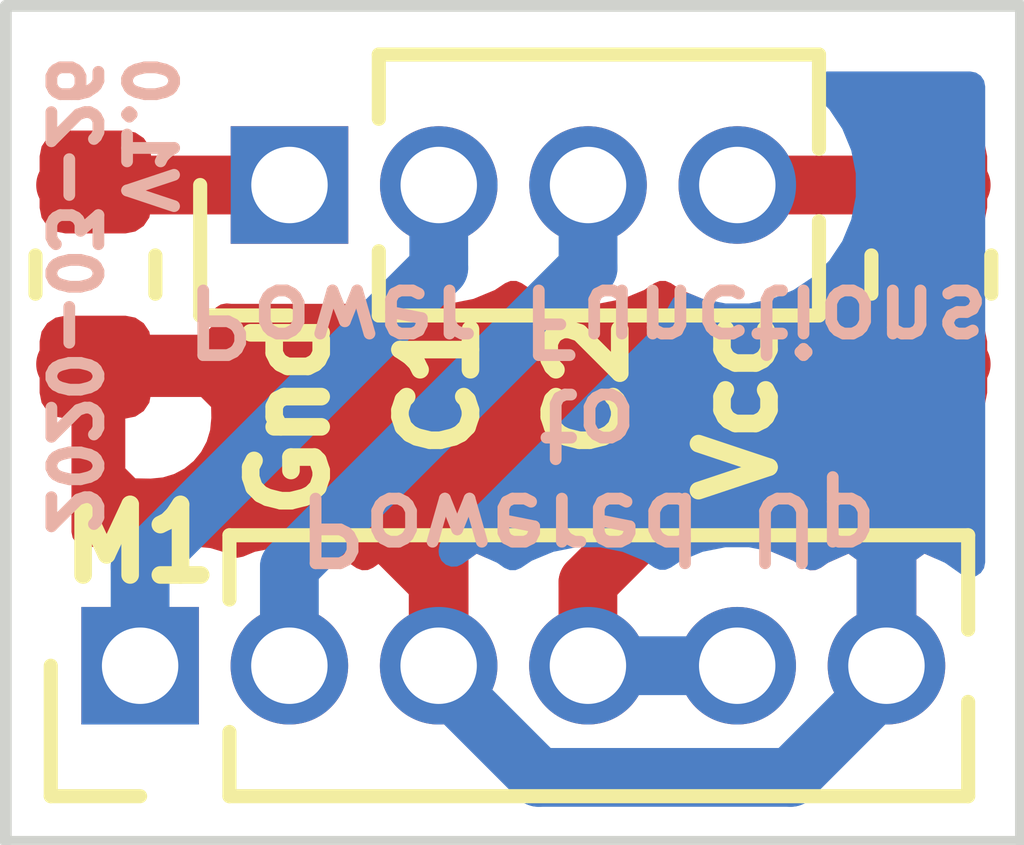
<source format=kicad_pcb>
(kicad_pcb (version 20171130) (host pcbnew "(5.1.5)-3")

  (general
    (thickness 1.6)
    (drawings 11)
    (tracks 20)
    (zones 0)
    (modules 4)
    (nets 7)
  )

  (page A4)
  (layers
    (0 F.Cu signal hide)
    (31 B.Cu signal hide)
    (32 B.Adhes user)
    (33 F.Adhes user)
    (34 B.Paste user)
    (35 F.Paste user)
    (36 B.SilkS user)
    (37 F.SilkS user)
    (38 B.Mask user)
    (39 F.Mask user)
    (40 Dwgs.User user)
    (41 Cmts.User user)
    (42 Eco1.User user)
    (43 Eco2.User user)
    (44 Edge.Cuts user)
    (45 Margin user)
    (46 B.CrtYd user)
    (47 F.CrtYd user)
    (48 B.Fab user)
    (49 F.Fab user)
  )

  (setup
    (last_trace_width 0.25)
    (user_trace_width 0.5)
    (trace_clearance 0.2)
    (zone_clearance 0.508)
    (zone_45_only no)
    (trace_min 0.1524)
    (via_size 0.8)
    (via_drill 0.4)
    (via_min_size 0.508)
    (via_min_drill 0.254)
    (uvia_size 0.3)
    (uvia_drill 0.1)
    (uvias_allowed no)
    (uvia_min_size 0.2)
    (uvia_min_drill 0.1)
    (edge_width 0.05)
    (segment_width 0.2)
    (pcb_text_width 0.3)
    (pcb_text_size 1.5 1.5)
    (mod_edge_width 0.12)
    (mod_text_size 1 1)
    (mod_text_width 0.15)
    (pad_size 1.524 1.524)
    (pad_drill 0.762)
    (pad_to_mask_clearance 0.0508)
    (solder_mask_min_width 0.1016)
    (aux_axis_origin 0 0)
    (grid_origin 92.71 110.8)
    (visible_elements 7FFFFFFF)
    (pcbplotparams
      (layerselection 0x010fc_ffffffff)
      (usegerberextensions false)
      (usegerberattributes false)
      (usegerberadvancedattributes false)
      (creategerberjobfile false)
      (excludeedgelayer true)
      (linewidth 0.100000)
      (plotframeref false)
      (viasonmask false)
      (mode 1)
      (useauxorigin false)
      (hpglpennumber 1)
      (hpglpenspeed 20)
      (hpglpendiameter 15.000000)
      (psnegative false)
      (psa4output false)
      (plotreference true)
      (plotvalue true)
      (plotinvisibletext false)
      (padsonsilk false)
      (subtractmaskfromsilk false)
      (outputformat 1)
      (mirror false)
      (drillshape 1)
      (scaleselection 1)
      (outputdirectory ""))
  )

  (net 0 "")
  (net 1 /M1)
  (net 2 /M2)
  (net 3 /GND)
  (net 4 /3V3)
  (net 5 "Net-(J1-Pad4)")
  (net 6 "Net-(J1-Pad1)")

  (net_class Default "This is the default net class."
    (clearance 0.2)
    (trace_width 0.25)
    (via_dia 0.8)
    (via_drill 0.4)
    (uvia_dia 0.3)
    (uvia_drill 0.1)
    (add_net /3V3)
    (add_net /GND)
    (add_net /M1)
    (add_net /M2)
    (add_net "Net-(J1-Pad1)")
    (add_net "Net-(J1-Pad4)")
  )

  (module Resistor_SMD:R_0603_1608Metric (layer F.Cu) (tedit 5B301BBD) (tstamp 5E7CFF23)
    (at 96.52 102.672 270)
    (descr "Resistor SMD 0603 (1608 Metric), square (rectangular) end terminal, IPC_7351 nominal, (Body size source: http://www.tortai-tech.com/upload/download/2011102023233369053.pdf), generated with kicad-footprint-generator")
    (tags resistor)
    (path /5E7D32E3)
    (attr smd)
    (fp_text reference R2 (at 0 -1.43 90) (layer F.SilkS) hide
      (effects (font (size 1 1) (thickness 0.15)))
    )
    (fp_text value R_Small_US (at 0 1.43 90) (layer F.Fab)
      (effects (font (size 1 1) (thickness 0.15)))
    )
    (fp_text user %R (at 0 0 90) (layer F.Fab)
      (effects (font (size 0.4 0.4) (thickness 0.06)))
    )
    (fp_line (start 1.48 0.73) (end -1.48 0.73) (layer F.CrtYd) (width 0.05))
    (fp_line (start 1.48 -0.73) (end 1.48 0.73) (layer F.CrtYd) (width 0.05))
    (fp_line (start -1.48 -0.73) (end 1.48 -0.73) (layer F.CrtYd) (width 0.05))
    (fp_line (start -1.48 0.73) (end -1.48 -0.73) (layer F.CrtYd) (width 0.05))
    (fp_line (start -0.162779 0.51) (end 0.162779 0.51) (layer F.SilkS) (width 0.12))
    (fp_line (start -0.162779 -0.51) (end 0.162779 -0.51) (layer F.SilkS) (width 0.12))
    (fp_line (start 0.8 0.4) (end -0.8 0.4) (layer F.Fab) (width 0.1))
    (fp_line (start 0.8 -0.4) (end 0.8 0.4) (layer F.Fab) (width 0.1))
    (fp_line (start -0.8 -0.4) (end 0.8 -0.4) (layer F.Fab) (width 0.1))
    (fp_line (start -0.8 0.4) (end -0.8 -0.4) (layer F.Fab) (width 0.1))
    (pad 2 smd roundrect (at 0.7875 0 270) (size 0.875 0.95) (layers F.Cu F.Paste F.Mask) (roundrect_rratio 0.25)
      (net 3 /GND))
    (pad 1 smd roundrect (at -0.7875 0 270) (size 0.875 0.95) (layers F.Cu F.Paste F.Mask) (roundrect_rratio 0.25)
      (net 6 "Net-(J1-Pad1)"))
    (model ${KISYS3DMOD}/Resistor_SMD.3dshapes/R_0603_1608Metric.wrl
      (at (xyz 0 0 0))
      (scale (xyz 1 1 1))
      (rotate (xyz 0 0 0))
    )
  )

  (module Resistor_SMD:R_0603_1608Metric (layer F.Cu) (tedit 5B301BBD) (tstamp 5E7CFF12)
    (at 103.632 102.672 270)
    (descr "Resistor SMD 0603 (1608 Metric), square (rectangular) end terminal, IPC_7351 nominal, (Body size source: http://www.tortai-tech.com/upload/download/2011102023233369053.pdf), generated with kicad-footprint-generator")
    (tags resistor)
    (path /5E7D46BA)
    (attr smd)
    (fp_text reference R1 (at 0 -1.43 90) (layer F.SilkS) hide
      (effects (font (size 1 1) (thickness 0.15)))
    )
    (fp_text value R_Small_US (at 0 1.43 90) (layer F.Fab)
      (effects (font (size 1 1) (thickness 0.15)))
    )
    (fp_text user %R (at 0 0 90) (layer F.Fab)
      (effects (font (size 0.4 0.4) (thickness 0.06)))
    )
    (fp_line (start 1.48 0.73) (end -1.48 0.73) (layer F.CrtYd) (width 0.05))
    (fp_line (start 1.48 -0.73) (end 1.48 0.73) (layer F.CrtYd) (width 0.05))
    (fp_line (start -1.48 -0.73) (end 1.48 -0.73) (layer F.CrtYd) (width 0.05))
    (fp_line (start -1.48 0.73) (end -1.48 -0.73) (layer F.CrtYd) (width 0.05))
    (fp_line (start -0.162779 0.51) (end 0.162779 0.51) (layer F.SilkS) (width 0.12))
    (fp_line (start -0.162779 -0.51) (end 0.162779 -0.51) (layer F.SilkS) (width 0.12))
    (fp_line (start 0.8 0.4) (end -0.8 0.4) (layer F.Fab) (width 0.1))
    (fp_line (start 0.8 -0.4) (end 0.8 0.4) (layer F.Fab) (width 0.1))
    (fp_line (start -0.8 -0.4) (end 0.8 -0.4) (layer F.Fab) (width 0.1))
    (fp_line (start -0.8 0.4) (end -0.8 -0.4) (layer F.Fab) (width 0.1))
    (pad 2 smd roundrect (at 0.7875 0 270) (size 0.875 0.95) (layers F.Cu F.Paste F.Mask) (roundrect_rratio 0.25)
      (net 4 /3V3))
    (pad 1 smd roundrect (at -0.7875 0 270) (size 0.875 0.95) (layers F.Cu F.Paste F.Mask) (roundrect_rratio 0.25)
      (net 5 "Net-(J1-Pad4)"))
    (model ${KISYS3DMOD}/Resistor_SMD.3dshapes/R_0603_1608Metric.wrl
      (at (xyz 0 0 0))
      (scale (xyz 1 1 1))
      (rotate (xyz 0 0 0))
    )
  )

  (module Connector_PinHeader_1.27mm:PinHeader_1x04_P1.27mm_Vertical (layer F.Cu) (tedit 59FED6E3) (tstamp 5E7CFECB)
    (at 98.171 101.91 90)
    (descr "Through hole straight pin header, 1x04, 1.27mm pitch, single row")
    (tags "Through hole pin header THT 1x04 1.27mm single row")
    (path /5E7CF8AE)
    (fp_text reference J1 (at 0 -1.695 90) (layer F.SilkS) hide
      (effects (font (size 1 1) (thickness 0.15)))
    )
    (fp_text value Conn_01x04 (at 0 5.505 90) (layer F.Fab)
      (effects (font (size 1 1) (thickness 0.15)))
    )
    (fp_text user %R (at 0 1.905) (layer F.Fab)
      (effects (font (size 1 1) (thickness 0.15)))
    )
    (fp_line (start 1.55 -1.15) (end -1.55 -1.15) (layer F.CrtYd) (width 0.05))
    (fp_line (start 1.55 4.95) (end 1.55 -1.15) (layer F.CrtYd) (width 0.05))
    (fp_line (start -1.55 4.95) (end 1.55 4.95) (layer F.CrtYd) (width 0.05))
    (fp_line (start -1.55 -1.15) (end -1.55 4.95) (layer F.CrtYd) (width 0.05))
    (fp_line (start -1.11 -0.76) (end 0 -0.76) (layer F.SilkS) (width 0.12))
    (fp_line (start -1.11 0) (end -1.11 -0.76) (layer F.SilkS) (width 0.12))
    (fp_line (start 0.563471 0.76) (end 1.11 0.76) (layer F.SilkS) (width 0.12))
    (fp_line (start -1.11 0.76) (end -0.563471 0.76) (layer F.SilkS) (width 0.12))
    (fp_line (start 1.11 0.76) (end 1.11 4.505) (layer F.SilkS) (width 0.12))
    (fp_line (start -1.11 0.76) (end -1.11 4.505) (layer F.SilkS) (width 0.12))
    (fp_line (start 0.30753 4.505) (end 1.11 4.505) (layer F.SilkS) (width 0.12))
    (fp_line (start -1.11 4.505) (end -0.30753 4.505) (layer F.SilkS) (width 0.12))
    (fp_line (start -1.05 -0.11) (end -0.525 -0.635) (layer F.Fab) (width 0.1))
    (fp_line (start -1.05 4.445) (end -1.05 -0.11) (layer F.Fab) (width 0.1))
    (fp_line (start 1.05 4.445) (end -1.05 4.445) (layer F.Fab) (width 0.1))
    (fp_line (start 1.05 -0.635) (end 1.05 4.445) (layer F.Fab) (width 0.1))
    (fp_line (start -0.525 -0.635) (end 1.05 -0.635) (layer F.Fab) (width 0.1))
    (pad 4 thru_hole oval (at 0 3.81 90) (size 1 1) (drill 0.65) (layers *.Cu *.Mask)
      (net 5 "Net-(J1-Pad4)"))
    (pad 3 thru_hole oval (at 0 2.54 90) (size 1 1) (drill 0.65) (layers *.Cu *.Mask)
      (net 2 /M2))
    (pad 2 thru_hole oval (at 0 1.27 90) (size 1 1) (drill 0.65) (layers *.Cu *.Mask)
      (net 1 /M1))
    (pad 1 thru_hole rect (at 0 0 90) (size 1 1) (drill 0.65) (layers *.Cu *.Mask)
      (net 6 "Net-(J1-Pad1)"))
    (model ${KISYS3DMOD}/Connector_PinHeader_1.27mm.3dshapes/PinHeader_1x04_P1.27mm_Vertical.wrl
      (at (xyz 0 0 0))
      (scale (xyz 1 1 1))
      (rotate (xyz 0 0 0))
    )
  )

  (module Connector_PinHeader_1.27mm:PinHeader_1x06_P1.27mm_Vertical (layer F.Cu) (tedit 59FED6E3) (tstamp 5E7CD88B)
    (at 96.9 106 90)
    (descr "Through hole straight pin header, 1x06, 1.27mm pitch, single row")
    (tags "Through hole pin header THT 1x06 1.27mm single row")
    (path /5E7C322A)
    (fp_text reference J3 (at 0 -1.695 90) (layer F.SilkS) hide
      (effects (font (size 1 1) (thickness 0.15)))
    )
    (fp_text value Conn_01x06 (at 0 8.045 90) (layer F.Fab)
      (effects (font (size 1 1) (thickness 0.15)))
    )
    (fp_text user %R (at 0 3.15) (layer F.Fab)
      (effects (font (size 1 1) (thickness 0.15)))
    )
    (fp_line (start 1.55 -1.15) (end -1.55 -1.15) (layer F.CrtYd) (width 0.05))
    (fp_line (start 1.55 7.5) (end 1.55 -1.15) (layer F.CrtYd) (width 0.05))
    (fp_line (start -1.55 7.5) (end 1.55 7.5) (layer F.CrtYd) (width 0.05))
    (fp_line (start -1.55 -1.15) (end -1.55 7.5) (layer F.CrtYd) (width 0.05))
    (fp_line (start -1.11 -0.76) (end 0 -0.76) (layer F.SilkS) (width 0.12))
    (fp_line (start -1.11 0) (end -1.11 -0.76) (layer F.SilkS) (width 0.12))
    (fp_line (start 0.563471 0.76) (end 1.11 0.76) (layer F.SilkS) (width 0.12))
    (fp_line (start -1.11 0.76) (end -0.563471 0.76) (layer F.SilkS) (width 0.12))
    (fp_line (start 1.11 0.76) (end 1.11 7.045) (layer F.SilkS) (width 0.12))
    (fp_line (start -1.11 0.76) (end -1.11 7.045) (layer F.SilkS) (width 0.12))
    (fp_line (start 0.30753 7.045) (end 1.11 7.045) (layer F.SilkS) (width 0.12))
    (fp_line (start -1.11 7.045) (end -0.30753 7.045) (layer F.SilkS) (width 0.12))
    (fp_line (start -1.05 -0.11) (end -0.525 -0.635) (layer F.Fab) (width 0.1))
    (fp_line (start -1.05 6.985) (end -1.05 -0.11) (layer F.Fab) (width 0.1))
    (fp_line (start 1.05 6.985) (end -1.05 6.985) (layer F.Fab) (width 0.1))
    (fp_line (start 1.05 -0.635) (end 1.05 6.985) (layer F.Fab) (width 0.1))
    (fp_line (start -0.525 -0.635) (end 1.05 -0.635) (layer F.Fab) (width 0.1))
    (pad 6 thru_hole oval (at 0 6.35 90) (size 1 1) (drill 0.65) (layers *.Cu *.Mask)
      (net 3 /GND))
    (pad 5 thru_hole oval (at 0 5.08 90) (size 1 1) (drill 0.65) (layers *.Cu *.Mask)
      (net 4 /3V3))
    (pad 4 thru_hole oval (at 0 3.81 90) (size 1 1) (drill 0.65) (layers *.Cu *.Mask)
      (net 4 /3V3))
    (pad 3 thru_hole oval (at 0 2.54 90) (size 1 1) (drill 0.65) (layers *.Cu *.Mask)
      (net 3 /GND))
    (pad 2 thru_hole oval (at 0 1.27 90) (size 1 1) (drill 0.65) (layers *.Cu *.Mask)
      (net 2 /M2))
    (pad 1 thru_hole rect (at 0 0 90) (size 1 1) (drill 0.65) (layers *.Cu *.Mask)
      (net 1 /M1))
    (model ${KISYS3DMOD}/Connector_PinHeader_1.27mm.3dshapes/PinHeader_1x06_P1.27mm_Vertical.wrl
      (at (xyz 0 0 0))
      (scale (xyz 1 1 1))
      (rotate (xyz 0 0 0))
    )
  )

  (gr_text "V1.0\n2020-03-26" (at 96.647 100.767 270) (layer B.SilkS) (tstamp 5E7D2351)
    (effects (font (size 0.4 0.4) (thickness 0.1)) (justify right mirror))
  )
  (gr_text "Powered Up\nto\nPower Functions" (at 100.711 103.942 180) (layer B.SilkS)
    (effects (font (size 0.55 0.55) (thickness 0.1)) (justify mirror))
  )
  (gr_text M1 (at 96.901 104.958) (layer F.SilkS) (tstamp 5E7D202D)
    (effects (font (size 0.6 0.6) (thickness 0.15)))
  )
  (gr_text Vcc (at 101.981 102.926 90) (layer F.SilkS) (tstamp 5E7D1FD0)
    (effects (font (size 0.6 0.6) (thickness 0.15)) (justify right))
  )
  (gr_text C2 (at 100.711 102.926 90) (layer F.SilkS) (tstamp 5E7D1FCE)
    (effects (font (size 0.6 0.6) (thickness 0.15)) (justify right))
  )
  (gr_text C1 (at 99.441 102.926 90) (layer F.SilkS) (tstamp 5E7D1FCC)
    (effects (font (size 0.6 0.6) (thickness 0.15)) (justify right))
  )
  (gr_text Gnd (at 98.171 102.926 90) (layer F.SilkS)
    (effects (font (size 0.6 0.6) (thickness 0.15)) (justify right))
  )
  (gr_line (start 104.394 100.386) (end 104.394 107.498) (layer Edge.Cuts) (width 0.1))
  (gr_line (start 95.758 100.386) (end 104.394 100.386) (layer Edge.Cuts) (width 0.1))
  (gr_line (start 95.758 107.498) (end 95.758 100.386) (layer Edge.Cuts) (width 0.1))
  (gr_line (start 104.394 107.498) (end 95.758 107.498) (layer Edge.Cuts) (width 0.1))

  (segment (start 99.441 102.617106) (end 99.441 101.91) (width 0.5) (layer B.Cu) (net 1))
  (segment (start 96.9 106) (end 96.9 105.158106) (width 0.5) (layer B.Cu) (net 1))
  (segment (start 96.9 105.158106) (end 99.441 102.617106) (width 0.5) (layer B.Cu) (net 1))
  (segment (start 100.711 102.617106) (end 100.711 101.91) (width 0.5) (layer B.Cu) (net 2))
  (segment (start 98.17 106) (end 98.17 105.158106) (width 0.5) (layer B.Cu) (net 2))
  (segment (start 98.17 105.158106) (end 100.711 102.617106) (width 0.5) (layer B.Cu) (net 2))
  (segment (start 102.436001 106.950001) (end 100.290001 106.950001) (width 0.5) (layer B.Cu) (net 3))
  (segment (start 103.25 106) (end 103.25 106.136002) (width 0.5) (layer B.Cu) (net 3))
  (segment (start 103.25 106.136002) (end 102.436001 106.950001) (width 0.5) (layer B.Cu) (net 3))
  (segment (start 100.290001 106.950001) (end 99.314 105.974) (width 0.5) (layer B.Cu) (net 3))
  (segment (start 99.44 105.292894) (end 97.581106 103.434) (width 0.5) (layer F.Cu) (net 3))
  (segment (start 99.44 106) (end 99.44 105.292894) (width 0.5) (layer F.Cu) (net 3))
  (segment (start 97.581106 103.434) (end 96.266 103.434) (width 0.5) (layer F.Cu) (net 3))
  (segment (start 100.71 105.292894) (end 102.568894 103.434) (width 0.5) (layer F.Cu) (net 4))
  (segment (start 100.71 106) (end 100.71 105.292894) (width 0.5) (layer F.Cu) (net 4))
  (segment (start 102.568894 103.434) (end 103.886 103.434) (width 0.5) (layer F.Cu) (net 4))
  (segment (start 100.71 106) (end 102.082 106) (width 0.5) (layer B.Cu) (net 4))
  (segment (start 102.082 106) (end 102.108 105.974) (width 0.5) (layer B.Cu) (net 4))
  (segment (start 101.981 101.91) (end 103.886 101.91) (width 0.5) (layer F.Cu) (net 5) (status 30))
  (segment (start 98.171 101.91) (end 96.266 101.91) (width 0.5) (layer F.Cu) (net 6) (status 30))

  (zone (net 3) (net_name /GND) (layer F.Cu) (tstamp 5E7D0790) (hatch edge 0.508)
    (connect_pads (clearance 0.508))
    (min_thickness 0.254)
    (fill yes (arc_segments 32) (thermal_gap 0.508) (thermal_bridge_width 0.508))
    (polygon
      (pts
        (xy 105.156 108.006) (xy 94.996 108.006) (xy 94.996 99.878) (xy 105.156 99.878)
      )
    )
    (filled_polygon
      (pts
        (xy 102.899725 104.390671) (xy 103.047858 104.46985) (xy 103.208592 104.518608) (xy 103.37575 104.535072) (xy 103.709001 104.535072)
        (xy 103.709001 104.967922) (xy 103.606864 104.922554) (xy 103.551874 104.905881) (xy 103.377 105.032046) (xy 103.377 105.873)
        (xy 103.397 105.873) (xy 103.397 106.127) (xy 103.377 106.127) (xy 103.377 106.147) (xy 103.123 106.147)
        (xy 103.123 106.127) (xy 103.111974 106.127) (xy 103.115 106.111788) (xy 103.115 105.888212) (xy 103.111974 105.873)
        (xy 103.123 105.873) (xy 103.123 105.032046) (xy 102.948126 104.905881) (xy 102.893136 104.922554) (xy 102.689794 105.012877)
        (xy 102.619658 105.062353) (xy 102.517624 104.994176) (xy 102.335666 104.918806) (xy 102.879994 104.374479)
      )
    )
    (filled_polygon
      (pts
        (xy 101.443376 102.915824) (xy 101.649933 103.001383) (xy 101.733341 103.017974) (xy 100.114951 104.636365) (xy 100.081184 104.664077)
        (xy 100.053471 104.697845) (xy 100.053468 104.697848) (xy 99.97059 104.798835) (xy 99.888412 104.952581) (xy 99.885568 104.961956)
        (xy 99.796864 104.922554) (xy 99.741874 104.905881) (xy 99.567 105.032046) (xy 99.567 105.873) (xy 99.578026 105.873)
        (xy 99.575 105.888212) (xy 99.575 106.111788) (xy 99.578026 106.127) (xy 99.567 106.127) (xy 99.567 106.147)
        (xy 99.313 106.147) (xy 99.313 106.127) (xy 99.301974 106.127) (xy 99.305 106.111788) (xy 99.305 105.888212)
        (xy 99.301974 105.873) (xy 99.313 105.873) (xy 99.313 105.032046) (xy 99.138126 104.905881) (xy 99.083136 104.922554)
        (xy 98.879794 105.012877) (xy 98.809658 105.062353) (xy 98.707624 104.994176) (xy 98.501067 104.908617) (xy 98.281788 104.865)
        (xy 98.058212 104.865) (xy 97.838933 104.908617) (xy 97.727226 104.954888) (xy 97.64418 104.910498) (xy 97.524482 104.874188)
        (xy 97.4 104.861928) (xy 96.443 104.861928) (xy 96.443 103.5865) (xy 96.647 103.5865) (xy 96.647 104.37325)
        (xy 96.80575 104.532) (xy 96.995 104.535072) (xy 97.119482 104.522812) (xy 97.23918 104.486502) (xy 97.349494 104.427537)
        (xy 97.446185 104.348185) (xy 97.525537 104.251494) (xy 97.584502 104.14118) (xy 97.620812 104.021482) (xy 97.633072 103.897)
        (xy 97.63 103.74525) (xy 97.47125 103.5865) (xy 96.647 103.5865) (xy 96.443 103.5865) (xy 96.443 103.3125)
        (xy 96.647 103.3125) (xy 96.647 103.3325) (xy 97.47125 103.3325) (xy 97.63 103.17375) (xy 97.632621 103.044292)
        (xy 97.671 103.048072) (xy 98.671 103.048072) (xy 98.795482 103.035812) (xy 98.91518 102.999502) (xy 98.998226 102.955112)
        (xy 99.109933 103.001383) (xy 99.329212 103.045) (xy 99.552788 103.045) (xy 99.772067 103.001383) (xy 99.978624 102.915824)
        (xy 100.076 102.850759) (xy 100.173376 102.915824) (xy 100.379933 103.001383) (xy 100.599212 103.045) (xy 100.822788 103.045)
        (xy 101.042067 103.001383) (xy 101.248624 102.915824) (xy 101.346 102.850759)
      )
    )
  )
  (zone (net 3) (net_name /GND) (layer B.Cu) (tstamp 5E7D078D) (hatch edge 0.508)
    (connect_pads (clearance 0.508))
    (min_thickness 0.254)
    (fill yes (arc_segments 32) (thermal_gap 0.508) (thermal_bridge_width 0.508))
    (polygon
      (pts
        (xy 105.156 108.006) (xy 94.996 108.006) (xy 94.996 99.878) (xy 105.156 99.878)
      )
    )
    (filled_polygon
      (pts
        (xy 103.963001 105.120664) (xy 103.810206 105.012877) (xy 103.606864 104.922554) (xy 103.551874 104.905881) (xy 103.377 105.032046)
        (xy 103.377 105.873) (xy 103.397 105.873) (xy 103.397 106.127) (xy 103.377 106.127) (xy 103.377 106.147)
        (xy 103.123 106.147) (xy 103.123 106.127) (xy 103.111974 106.127) (xy 103.115 106.111788) (xy 103.115 105.888212)
        (xy 103.111974 105.873) (xy 103.123 105.873) (xy 103.123 105.032046) (xy 102.948126 104.905881) (xy 102.893136 104.922554)
        (xy 102.689794 105.012877) (xy 102.619658 105.062353) (xy 102.517624 104.994176) (xy 102.311067 104.908617) (xy 102.091788 104.865)
        (xy 101.868212 104.865) (xy 101.648933 104.908617) (xy 101.442376 104.994176) (xy 101.345 105.059241) (xy 101.247624 104.994176)
        (xy 101.041067 104.908617) (xy 100.821788 104.865) (xy 100.598212 104.865) (xy 100.378933 104.908617) (xy 100.172376 104.994176)
        (xy 100.070342 105.062353) (xy 100.000206 105.012877) (xy 99.796864 104.922554) (xy 99.741874 104.905881) (xy 99.567002 105.032045)
        (xy 99.567002 105.012682) (xy 101.30605 103.273635) (xy 101.339817 103.245923) (xy 101.450411 103.111165) (xy 101.50909 103.001383)
        (xy 101.532589 102.95742) (xy 101.53384 102.953296) (xy 101.649933 103.001383) (xy 101.869212 103.045) (xy 102.092788 103.045)
        (xy 102.312067 103.001383) (xy 102.518624 102.915824) (xy 102.70452 102.791612) (xy 102.862612 102.63352) (xy 102.986824 102.447624)
        (xy 103.072383 102.241067) (xy 103.116 102.021788) (xy 103.116 101.798212) (xy 103.072383 101.578933) (xy 102.986824 101.372376)
        (xy 102.862612 101.18648) (xy 102.747132 101.071) (xy 103.963 101.071)
      )
    )
    (filled_polygon
      (pts
        (xy 99.567 105.873) (xy 99.578026 105.873) (xy 99.575 105.888212) (xy 99.575 106.111788) (xy 99.578026 106.127)
        (xy 99.567 106.127) (xy 99.567 106.147) (xy 99.313 106.147) (xy 99.313 106.127) (xy 99.301974 106.127)
        (xy 99.305 106.111788) (xy 99.305 105.888212) (xy 99.301974 105.873) (xy 99.313 105.873) (xy 99.313 105.853)
        (xy 99.567 105.853)
      )
    )
  )
)

</source>
